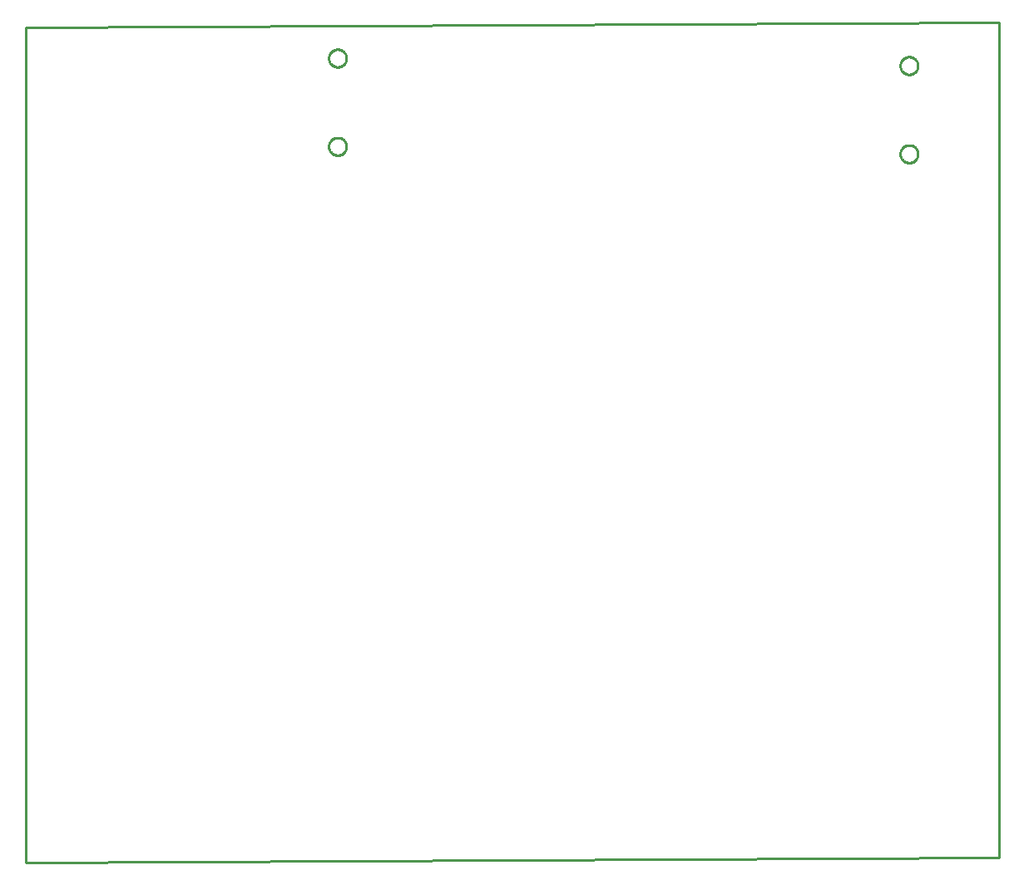
<source format=gbr>
G04 EAGLE Gerber RS-274X export*
G75*
%MOMM*%
%FSLAX34Y34*%
%LPD*%
%IN*%
%IPPOS*%
%AMOC8*
5,1,8,0,0,1.08239X$1,22.5*%
G01*
%ADD10C,0.254000*%


D10*
X0Y0D02*
X990600Y5080D01*
X990600Y855980D01*
X0Y850900D01*
X0Y0D01*
X308483Y820052D02*
X308552Y820836D01*
X308688Y821612D01*
X308892Y822372D01*
X309161Y823112D01*
X309494Y823826D01*
X309888Y824507D01*
X310340Y825152D01*
X310846Y825756D01*
X311402Y826312D01*
X312006Y826818D01*
X312651Y827270D01*
X313332Y827664D01*
X314046Y827997D01*
X314786Y828266D01*
X315547Y828470D01*
X316322Y828606D01*
X317106Y828675D01*
X317894Y828675D01*
X318678Y828606D01*
X319454Y828470D01*
X320214Y828266D01*
X320954Y827997D01*
X321668Y827664D01*
X322349Y827270D01*
X322994Y826818D01*
X323598Y826312D01*
X324154Y825756D01*
X324660Y825152D01*
X325112Y824507D01*
X325506Y823826D01*
X325839Y823112D01*
X326108Y822372D01*
X326312Y821612D01*
X326448Y820836D01*
X326517Y820052D01*
X326517Y819264D01*
X326448Y818480D01*
X326312Y817705D01*
X326108Y816944D01*
X325839Y816204D01*
X325506Y815490D01*
X325112Y814809D01*
X324660Y814164D01*
X324154Y813560D01*
X323598Y813004D01*
X322994Y812498D01*
X322349Y812046D01*
X321668Y811652D01*
X320954Y811319D01*
X320214Y811050D01*
X319454Y810846D01*
X318678Y810710D01*
X317894Y810641D01*
X317106Y810641D01*
X316322Y810710D01*
X315547Y810846D01*
X314786Y811050D01*
X314046Y811319D01*
X313332Y811652D01*
X312651Y812046D01*
X312006Y812498D01*
X311402Y813004D01*
X310846Y813560D01*
X310340Y814164D01*
X309888Y814809D01*
X309494Y815490D01*
X309161Y816204D01*
X308892Y816944D01*
X308688Y817705D01*
X308552Y818480D01*
X308483Y819264D01*
X308483Y820052D01*
X308483Y730136D02*
X308552Y730920D01*
X308688Y731696D01*
X308892Y732456D01*
X309161Y733196D01*
X309494Y733910D01*
X309888Y734591D01*
X310340Y735236D01*
X310846Y735840D01*
X311402Y736396D01*
X312006Y736902D01*
X312651Y737354D01*
X313332Y737748D01*
X314046Y738081D01*
X314786Y738350D01*
X315547Y738554D01*
X316322Y738690D01*
X317106Y738759D01*
X317894Y738759D01*
X318678Y738690D01*
X319454Y738554D01*
X320214Y738350D01*
X320954Y738081D01*
X321668Y737748D01*
X322349Y737354D01*
X322994Y736902D01*
X323598Y736396D01*
X324154Y735840D01*
X324660Y735236D01*
X325112Y734591D01*
X325506Y733910D01*
X325839Y733196D01*
X326108Y732456D01*
X326312Y731696D01*
X326448Y730920D01*
X326517Y730136D01*
X326517Y729348D01*
X326448Y728564D01*
X326312Y727789D01*
X326108Y727028D01*
X325839Y726288D01*
X325506Y725574D01*
X325112Y724893D01*
X324660Y724248D01*
X324154Y723644D01*
X323598Y723088D01*
X322994Y722582D01*
X322349Y722130D01*
X321668Y721736D01*
X320954Y721403D01*
X320214Y721134D01*
X319454Y720930D01*
X318678Y720794D01*
X317894Y720725D01*
X317106Y720725D01*
X316322Y720794D01*
X315547Y720930D01*
X314786Y721134D01*
X314046Y721403D01*
X313332Y721736D01*
X312651Y722130D01*
X312006Y722582D01*
X311402Y723088D01*
X310846Y723644D01*
X310340Y724248D01*
X309888Y724893D01*
X309494Y725574D01*
X309161Y726288D01*
X308892Y727028D01*
X308688Y727789D01*
X308552Y728564D01*
X308483Y729348D01*
X308483Y730136D01*
X908177Y721728D02*
X908108Y720944D01*
X907972Y720169D01*
X907768Y719408D01*
X907499Y718668D01*
X907166Y717954D01*
X906772Y717273D01*
X906320Y716628D01*
X905814Y716024D01*
X905258Y715468D01*
X904654Y714962D01*
X904009Y714510D01*
X903328Y714116D01*
X902614Y713783D01*
X901874Y713514D01*
X901114Y713310D01*
X900338Y713174D01*
X899554Y713105D01*
X898766Y713105D01*
X897982Y713174D01*
X897207Y713310D01*
X896446Y713514D01*
X895706Y713783D01*
X894992Y714116D01*
X894311Y714510D01*
X893666Y714962D01*
X893062Y715468D01*
X892506Y716024D01*
X892000Y716628D01*
X891548Y717273D01*
X891154Y717954D01*
X890821Y718668D01*
X890552Y719408D01*
X890348Y720169D01*
X890212Y720944D01*
X890143Y721728D01*
X890143Y722516D01*
X890212Y723300D01*
X890348Y724076D01*
X890552Y724836D01*
X890821Y725576D01*
X891154Y726290D01*
X891548Y726971D01*
X892000Y727616D01*
X892506Y728220D01*
X893062Y728776D01*
X893666Y729282D01*
X894311Y729734D01*
X894992Y730128D01*
X895706Y730461D01*
X896446Y730730D01*
X897207Y730934D01*
X897982Y731070D01*
X898766Y731139D01*
X899554Y731139D01*
X900338Y731070D01*
X901114Y730934D01*
X901874Y730730D01*
X902614Y730461D01*
X903328Y730128D01*
X904009Y729734D01*
X904654Y729282D01*
X905258Y728776D01*
X905814Y728220D01*
X906320Y727616D01*
X906772Y726971D01*
X907166Y726290D01*
X907499Y725576D01*
X907768Y724836D01*
X907972Y724076D01*
X908108Y723300D01*
X908177Y722516D01*
X908177Y721728D01*
X908177Y811644D02*
X908108Y810860D01*
X907972Y810085D01*
X907768Y809324D01*
X907499Y808584D01*
X907166Y807870D01*
X906772Y807189D01*
X906320Y806544D01*
X905814Y805940D01*
X905258Y805384D01*
X904654Y804878D01*
X904009Y804426D01*
X903328Y804032D01*
X902614Y803699D01*
X901874Y803430D01*
X901114Y803226D01*
X900338Y803090D01*
X899554Y803021D01*
X898766Y803021D01*
X897982Y803090D01*
X897207Y803226D01*
X896446Y803430D01*
X895706Y803699D01*
X894992Y804032D01*
X894311Y804426D01*
X893666Y804878D01*
X893062Y805384D01*
X892506Y805940D01*
X892000Y806544D01*
X891548Y807189D01*
X891154Y807870D01*
X890821Y808584D01*
X890552Y809324D01*
X890348Y810085D01*
X890212Y810860D01*
X890143Y811644D01*
X890143Y812432D01*
X890212Y813216D01*
X890348Y813992D01*
X890552Y814752D01*
X890821Y815492D01*
X891154Y816206D01*
X891548Y816887D01*
X892000Y817532D01*
X892506Y818136D01*
X893062Y818692D01*
X893666Y819198D01*
X894311Y819650D01*
X894992Y820044D01*
X895706Y820377D01*
X896446Y820646D01*
X897207Y820850D01*
X897982Y820986D01*
X898766Y821055D01*
X899554Y821055D01*
X900338Y820986D01*
X901114Y820850D01*
X901874Y820646D01*
X902614Y820377D01*
X903328Y820044D01*
X904009Y819650D01*
X904654Y819198D01*
X905258Y818692D01*
X905814Y818136D01*
X906320Y817532D01*
X906772Y816887D01*
X907166Y816206D01*
X907499Y815492D01*
X907768Y814752D01*
X907972Y813992D01*
X908108Y813216D01*
X908177Y812432D01*
X908177Y811644D01*
M02*

</source>
